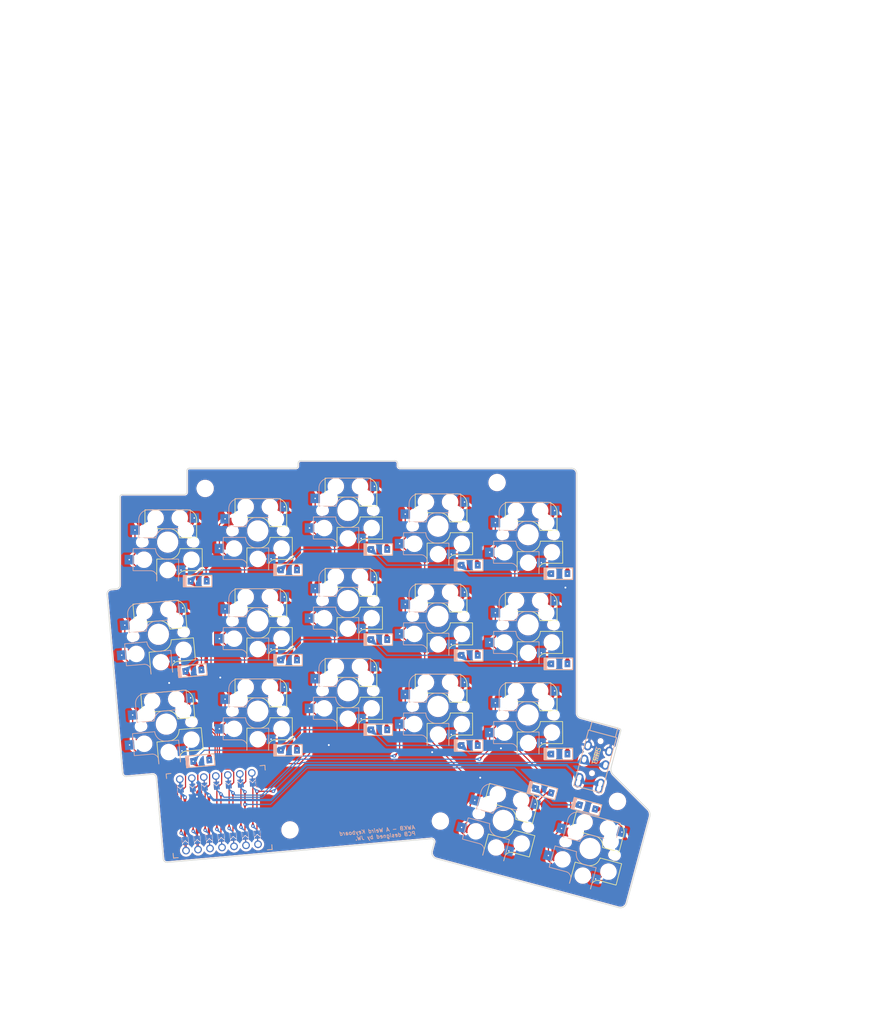
<source format=kicad_pcb>
(kicad_pcb (version 20221018) (generator pcbnew)
  (layers (0 "F.Cu" signal) (31 "B.Cu" signal) (34 "B.Paste" user) (35 "F.Paste" user) (36 "B.SilkS" user "B.Silkscreen") (37 "F.SilkS" user "F.Silkscreen") (38 "B.Mask" user) (39 "F.Mask" user) (44 "Edge.Cuts" user))
  (net 0 "")
  (net 1 "row0")
  (net 2 "row1")
  (net 3 "row2")
  (net 4 "row3")
  (net 5 "Net-(D1-A)")
  (net 6 "Net-(D2-A)")
  (net 7 "Net-(D3-A)")
  (net 8 "Net-(D4-A)")
  (net 9 "Net-(D5-A)")
  (net 10 "Net-(D6-A)")
  (net 11 "GND")
  (net 12 "col0")
  (net 13 "col1")
  (net 14 "col2")
  (net 15 "col3")
  (net 16 "Net-(D7-A)")
  (net 17 "Net-(D8-A)")
  (net 18 "Net-(D9-A)")
  (net 19 "DATA")
  (net 20 "Net-(D10-A)")
  (net 21 "Net-(D11-A)")
  (net 22 "Net-(D12-A)")
  (net 23 "Net-(D13-A)")
  (net 24 "Net-(D14-A)")
  (net 25 "Net-(D15-A)")
  (net 26 "Net-(D16-A)")
  (net 27 "Net-(D17-A)")
  (net 28 "LED")
  (net 29 "RAW")
  (net 30 "col4")
  (net 31 "VCC")
  (footprint "jw_custom_footprint:CherryMX_Choc_Hotswap_w_keycap_frames" (layer "F.Cu") (at 127.113328 109.786994)
    (fp_text reference "SW12" hide)
    (fp_text value "SW12" hide)
  )
  (footprint "jw_custom_footprint:Diode_SOD123_wo_THT" (layer "F.Cu") (at 171.782 117.007)
    (fp_text reference "D14")
    (fp_text value "D")
  )
  (footprint "jw_custom_footprint:CherryMX_Choc_Hotswap_w_keycap_frames" (layer "F.Cu") (at 127.113328 90.787394)
    (fp_text reference "SW7" hide)
    (fp_text value "SW7" hide)
  )
  (footprint "MountingHole:MountingHole_3.2mm_M3" (layer "F.Cu") (at 177.5714 61.595)
    (fp_text reference "TH1" hide)
    (fp_text value "HOLE")
  )
  (footprint "jw_custom_footprint:Diode_SOD123_wo_THT" (layer "F.Cu") (at 171.782 98.0066)
    (fp_text reference "D9")
    (fp_text value "D")
  )
  (footprint "jw_custom_footprint:CherryMX_Choc_Hotswap_w_keycap_frames" (layer "F.Cu") (at 178.875538 132.811238 -15)
    (fp_text reference "SW16" hide)
    (fp_text value "SW16" hide)
  )
  (footprint "jw_custom_footprint:CherryMX_Choc_Hotswap_w_keycap_frames" (layer "F.Cu") (at 108.113128 74.149994)
    (fp_text reference "SW1" hide)
    (fp_text value "SW1" hide)
  )
  (footprint "jw_custom_footprint:CherryMX_Choc_Hotswap_w_keycap_frames" (layer "F.Cu") (at 106.163412 93.585141 5)
    (fp_text reference "SW6" hide)
    (fp_text value "SW6" hide)
  )
  (footprint "jw_custom_footprint:Diode_SOD123_wo_THT" (layer "F.Cu") (at 133.682 118.0064)
    (fp_text reference "D12")
    (fp_text value "D")
  )
  (footprint "jw_custom_footprint:Diode_SOD123_wo_THT" (layer "F.Cu") (at 171.782 79.00664)
    (fp_text reference "D4")
    (fp_text value "D")
  )
  (footprint "MountingHole:MountingHole_3.2mm_M3" (layer "F.Cu") (at 165.6202 132.9436)
    (fp_text reference "TH4" hide)
    (fp_text value "HOLE")
  )
  (footprint "jw_custom_footprint:Diode_SOD123_wo_THT" (layer "F.Cu") (at 190.705 99.806)
    (fp_text reference "D10")
    (fp_text value "D")
  )
  (footprint "jw_custom_footprint:Diode_SOD123_wo_THT" (layer "F.Cu") (at 152.705102 75.69644)
    (fp_text reference "D3")
    (fp_text value "D")
  )
  (footprint "jw_custom_footprint:Diode_SOD123_wo_THT" (layer "F.Cu") (at 190.705 118.806)
    (fp_text reference "D15")
    (fp_text value "D")
  )
  (footprint "MountingHole:MountingHole_3.2mm_M3" (layer "F.Cu") (at 133.8956 134.799386)
    (fp_text reference "TH3" hide)
    (fp_text value "HOLE")
  )
  (footprint "jw_custom_footprint:CherryMX_Choc_Hotswap_w_keycap_frames" (layer "F.Cu") (at 197.174689 138.728801 -15)
    (fp_text reference "SW17" hide)
    (fp_text value "SW17" hide)
  )
  (footprint "jw_custom_footprint:Xiao THT jumper pad_flipped" (layer "F.Cu") (at 118.754802 130.979784 95)
    (fp_text reference "U1" hide)
    (fp_text value "SeeeduinoXIAO")
  )
  (footprint "jw_custom_footprint:Diode_SOD123_wo_THT" (layer "F.Cu") (at 190.705 80.8062)
    (fp_text reference "D5")
    (fp_text value "D")
  )
  (footprint "jw_custom_footprint:CherryMX_Choc_Hotswap_w_keycap_frames" (layer "F.Cu") (at 146.112728 105.477194)
    (fp_text reference "SW13" hide)
    (fp_text value "SW13" hide)
  )
  (footprint "MountingHole:MountingHole_3.2mm_M3" (layer "F.Cu") (at 202.958206 128.782383)
    (fp_text reference "TH5" hide)
    (fp_text value "HOLE")
  )
  (footprint "jw_custom_footprint:Diode_SOD123_wo_THT" (layer "F.Cu") (at 196.6214 129.9718 -15)
    (fp_text reference "D17")
    (fp_text value "D")
  )
  (footprint "jw_custom_footprint:CherryMX_Choc_Hotswap_w_keycap_frames" (layer "F.Cu") (at 165.112928 70.787234)
    (fp_text reference "SW4" hide)
    (fp_text value "SW4" hide)
  )
  (footprint "jw_custom_footprint:CherryMX_Choc_Hotswap_w_keycap_frames" (layer "F.Cu") (at 127.113328 71.787794)
    (fp_text reference "SW2" hide)
    (fp_text value "SW2" hide)
  )
  (footprint "jw_custom_footprint:CherryMX_Choc_Hotswap_w_keycap_frames" (layer "F.Cu") (at 184.112626 72.586794)
    (fp_text reference "SW5" hide)
    (fp_text value "SW5" hide)
  )
  (footprint "jw_custom_footprint:Diode_SOD123_wo_THT" (layer "F.Cu") (at 187.333926 126.560008 -15)
    (fp_text reference "D16")
    (fp_text value "D")
  )
  (footprint "jw_custom_footprint:Diode_SOD123_wo_THT" (layer "F.Cu") (at 115.192931 120.198435 5)
    (fp_text reference "D11")
    (fp_text value "D" hide)
  )
  (footprint "jw_custom_footprint:Diode_SOD123_wo_THT" (layer "F.Cu") (at 133.682 99.0068)
    (fp_text reference "D7")
    (fp_text value "D")
  )
  (footprint "jw_custom_footprint:Diode_SOD123_wo_THT" (layer "F.Cu") (at 113.532614 101.220926 5)
    (fp_text reference "D6")
    (fp_text value "D")
  )
  (footprint "jw_custom_footprint:Diode_SOD123_wo_THT" (layer "F.Cu") (at 133.682 80.0072)
    (fp_text reference "D2")
    (fp_text value "D")
  )
  (footprint "jw_custom_footprint:CherryMX_Choc_Hotswap_w_keycap_frames" (layer "F.Cu") (at 165.112928 108.787594)
    (fp_text reference "SW14" hide)
    (fp_text value "SW14" hide)
  )
  (footprint "jw_custom_footprint:Diode_SOD123_wo_THT" (layer "F.Cu") (at 152.705102 113.6966)
    (fp_text reference "D13")
    (fp_text value "D")
  )
  (footprint "jw_custom_footprint:Diode_SOD123_wo_THT" (layer "F.Cu") (at 114.632 82.3694)
    (fp_text reference "D1")
    (fp_text value "D" hide)
  )
  (footprint "jw_custom_footprint:TRRS-PJ-DPB2_mod" (layer "F.Cu") (at 199.807005 114.546069 -15)
    (fp_text reference "J1")
    (fp_text value "4PIN" hide)
  )
  (footprint "jw_custom_footprint:CherryMX_Choc_Hotswap_w_keycap_frames" (layer "F.Cu") (at 184.112626 110.586594)
    (fp_text reference "SW15" hide)
    (fp_text value "SW15" hide)
  )
  (footprint "jw_custom_footprint:CherryMX_Choc_Hotswap_w_keycap_frames" (layer "F.Cu") (at 165.112928 89.787194)
    (fp_text reference "SW9" hide)
    (fp_text value "SW9" hide)
  )
  (footprint "jw_custom_footprint:Diode_SOD123_wo_THT" (layer "F.Cu") (at 152.705102 94.6964)
    (fp_text reference "D8")
    (fp_text value "D")
  )
  (footprint "jw_custom_footprint:CherryMX_Choc_Hotswap_w_keycap_frames" (layer "F.Cu") (at 184.112626 91.586594)
    (fp_text reference "SW10" hide)
    (fp_text value "SW10" hide)
  )
  (footprint "jw_custom_image:square_1" (layer "F.Cu") (at 141.699273 132.035839 40)
    (fp_text reference "G***" hide)
    (fp_text value "LOGO" hide)
  )
  (footprint "jw_custom_footprint:CherryMX_Choc_Hotswap_w_keycap_frames" (layer "F.Cu") (at 146.112728 67.477034)
    (fp_text reference "SW3" hide)
    (fp_text value "SW3" hide)
  )
  (footprint "MountingHole:MountingHole_3.2mm_M3" (layer "F.Cu") (at 116.014 62.8396)
    (fp_text reference "TH2" hide)
    (fp_text value "HOLE")
  )
  (footprint "jw_custom_footprint:CherryMX_Choc_Hotswap_w_keycap_frames" (layer "F.Cu") (at 146.112728 86.476994)
    (fp_text reference "SW8" hide)
    (fp_text value "SW8" hide)
  )
  (footprint "jw_custom_footprint:CherryMX_Choc_Hotswap_w_keycap_frames" (layer "F.Cu") (at 107.819371 112.51284 5)
    (fp_text reference "SW11" hide)
    (fp_text value "SW11" hide)
  )
  (gr_line (start 112.170181 59.1138) (end 112.170181 63.5762) (stroke (width 0.15)) (layer "Edge.Cuts"))
  (gr_line (start 164.327792 137.434337) (end 163.834252 139.269786) (stroke (width 0.15)) (layer "Edge.Cuts"))
  (gr_line (start 156.612936 57.535634) (end 156.612936 58.124786) (stroke (width 0.15)) (layer "Edge.Cuts"))
  (gr_line (start 201.645734 121.533166) (end 203.657189 113.948786) (stroke (width 0.15)) (layer "Edge.Cuts"))
  (gr_arc (start 112.170181 63.5762) (mid 112.0516 63.937202) (end 111.712981 64.1096) (stroke (width 0.15)) (layer "Edge.Cuts"))
  (gr_arc (start 112.170181 59.1138) (mid 112.305896 58.734447) (end 112.678181 58.5804) (stroke (width 0.15)) (layer "Edge.Cuts"))
  (gr_arc (start 163.641992 136.646937) (mid 164.1978 136.8552) (end 164.327792 137.434337) (stroke (width 0.15)) (layer "Edge.Cuts"))
  (gr_line (start 95.328316 85.156707) (end 98.578325 122.794187) (stroke (width 0.15)) (layer "Edge.Cuts"))
  (gr_line (start 203.265986 151.1808) (end 164.8836 140.895386) (stroke (width 0.15)) (layer "Edge.Cuts"))
  (gr_line (start 156.020528 56.976834) (end 136.2047 56.976834) (stroke (width 0.15)) (layer "Edge.Cuts"))
  (gr_line (start 202.102934 123.209566) (end 209.311186 130.4036) (stroke (width 0.15)) (layer "Edge.Cuts"))
  (gr_arc (start 95.328316 85.156707) (mid 95.516193 84.480371) (end 96.115716 84.115307) (stroke (width 0.15)) (layer "Edge.Cuts"))
  (gr_arc (start 202.102934 123.209566) (mid 201.650589 122.432386) (end 201.645734 121.533166) (stroke (width 0.15)) (layer "Edge.Cuts"))
  (gr_line (start 97.409 83.9724) (end 96.115716 84.115307) (stroke (width 0.15)) (layer "Edge.Cuts"))
  (gr_line (start 105.693368 123.803511) (end 107.18328 140.903294) (stroke (width 0.15)) (layer "Edge.Cuts"))
  (gr_arc (start 99.448512 123.533961) (mid 98.849492 123.356899) (end 98.578325 122.794187) (stroke (width 0.15)) (layer "Edge.Cuts"))
  (gr_line (start 112.678181 58.5804) (end 135.143228 58.5776) (stroke (width 0.15)) (layer "Edge.Cuts"))
  (gr_arc (start 104.823181 123.063738) (mid 105.4222 123.2408) (end 105.693368 123.803511) (stroke (width 0.15)) (layer "Edge.Cuts"))
  (gr_arc (start 157.082 58.5776) (mid 156.756579 58.445324) (end 156.612936 58.124786) (stroke (width 0.15)) (layer "Edge.Cuts"))
  (gr_arc (start 203.377789 113.440786) (mid 203.630657 113.632543) (end 203.657189 113.948786) (stroke (width 0.15)) (layer "Edge.Cuts"))
  (gr_line (start 99.448512 123.533961) (end 104.823181 123.063738) (stroke (width 0.15)) (layer "Edge.Cuts"))
  (gr_line (start 204.891586 150.241) (end 209.768386 132.0546) (stroke (width 0.15)) (layer "Edge.Cuts"))
  (gr_line (start 135.612292 58.124786) (end 135.612292 57.535634) (stroke (width 0.15)) (layer "Edge.Cuts"))
  (gr_line (start 157.082 58.5776) (end 193.266273 58.5776) (stroke (width 0.15)) (layer "Edge.Cuts"))
  (gr_arc (start 164.8836 140.895386) (mid 164.012395 140.306277) (end 163.834252 139.269786) (stroke (width 0.15)) (layer "Edge.Cuts"))
  (gr_line (start 203.377789 113.440786) (end 195.203869 111.205422) (stroke (width 0.15)) (layer "Edge.Cuts"))
  (gr_arc (start 156.020528 56.976834) (mid 156.433878 57.132019) (end 156.612936 57.535634) (stroke (width 0.15)) (layer "Edge.Cuts"))
  (gr_arc (start 204.891586 150.241) (mid 204.265648 151.034121) (end 203.265986 151.1808) (stroke (width 0.15)) (layer "Edge.Cuts"))
  (gr_arc (start 108.023581 141.645682) (mid 107.445963 141.452724) (end 107.18328 140.903294) (stroke (width 0.15)) (layer "Edge.Cuts"))
  (gr_arc (start 98.034333 64.643) (mid 98.185312 64.2631) (end 98.5642 64.1096) (stroke (width 0.15)) (layer "Edge.Cuts"))
  (gr_arc (start 193.266273 58.5776) (mid 194.0682 58.886786) (end 194.39354 59.682296) (stroke (width 0.15)) (layer "Edge.Cuts"))
  (gr_arc (start 195.203869 111.205422) (mid 194.607445 110.799755) (end 194.3862 110.113222) (stroke (width 0.15)) (layer "Edge.Cuts"))
  (gr_line (start 98.034333 64.643) (end 98.034333 83.1596) (stroke (width 0.15)) (layer "Edge.Cuts"))
  (gr_arc (start 209.311186 130.4036) (mid 209.767967 131.16591) (end 209.768386 132.0546) (stroke (width 0.15)) (layer "Edge.Cuts"))
  (gr_arc (start 98.034333 83.1596) (mid 97.869217 83.679519) (end 97.409 83.9724) (stroke (width 0.15)) (layer "Edge.Cuts"))
  (gr_line (start 108.023581 141.645682) (end 163.641992 136.646937) (stroke (width 0.15)) (layer "Edge.Cuts"))
  (gr_arc (start 135.612292 57.535634) (mid 135.791299 57.131975) (end 136.2047 56.976834) (stroke (width 0.15)) (layer "Edge.Cuts"))
  (gr_arc (start 135.612292 58.124786) (mid 135.468605 58.445287) (end 135.143228 58.5776) (stroke (width 0.15)) (layer "Edge.Cuts"))
  (gr_line (start 194.3862 110.113222) (end 194.39354 59.682296) (stroke (width 0.15)) (layer "Edge.Cuts"))
  (gr_line (start 111.712981 64.1096) (end 98.5642 64.1096) (stroke (width 0.15)) (layer "Edge.Cuts"))
  (gr_text "AWKB - A Weird Keyboard\nPCB designed by JW." (at 160.4386 134.874 5) (layer "B.SilkS") (effects (font (size 0.8 0.8) (thickness 0.15) italic) (justify left mirror)))
  (segment (start 117.2514 86.6888) (end 117.2514 113.199204) (width 0.25) (layer "F.Cu") (net 1))
  (segment (start 118.563328 114.511132) (end 118.563328 121.776928) (width 0.25) (layer "F.Cu") (net 1))
  (segment (start 118.484725 134.663875) (end 118.484725 126.05699) (width 0.25) (layer "F.Cu") (net 1))
  (segment (start 112.932 82.3694) (end 117.2514 86.6888) (width 0.25) (layer "F.Cu") (net 1))
  (segment (start 119.4938 122.7074) (end 119.4938 125.047915) (width 0.25) (layer "F.Cu") (net 1))
  (segment (start 118.4778 134.6708) (end 118.484725 134.663875) (width 0.25) (layer "F.Cu") (net 1))
  (segment (start 118.563328 121.776928) (end 119.4938 122.7074) (width 0.25) (layer "F.Cu") (net 1))
  (segment (start 119.4938 125.047915) (end 118.484725 126.05699) (width 0.25) (layer "F.Cu") (net 1))
  (segment (start 117.2514 113.199204) (end 118.563328 114.511132) (width 0.25) (layer "F.Cu") (net 1))
  (via (at 131.982 80.0072) (size 0.7) (drill 0.3) (layers "F.Cu" "B.Cu") (net 1))
  (via (at 118.4778 134.6708) (size 0.7) (drill 0.3) (layers "F.Cu" "B.Cu") (net 1))
  (via (at 112.932 82.3694) (size 0.7) (drill 0.3) (layers "F.Cu" "B.Cu") (net 1))
  (via (at 151.005102 75.69644) (size 0.7) (drill 0.3) (layers "F.Cu" "B.Cu") (net 1))
  (via (at 170.082 79.00664) (size 0.7) (drill 0.3) (layers "F.Cu" "B.Cu") (net 1))
  (via (at 189.005 80.8062) (size 0.7) (drill 0.3) (layers "F.Cu" "B.Cu") (net 1))
  (segment (start 154.315302 79.00664) (end 170.082 79.00664) (width 0.25) (layer "B.Cu") (net 1))
  (segment (start 119.343662 135.536662) (end 119.343662 135.874688) (width 0.25) (layer "B.Cu") (net 1))
  (segment (start 131.982 80.0072) (end 136.29276 75.69644) (width 0.25) (layer "B.Cu") (net 1))
  (segment (start 112.932 82.3694) (end 115.2942 80.0072) (width 0.25) (layer "B.Cu") (net 1))
  (segment (start 136.29276 75.69644) (end 151.005102 75.69644) (width 0.25) (layer "B.Cu") (net 1))
  (segment (start 118.4778 134.6708) (end 119.343662 135.536662) (width 0.25) (layer "B.Cu") (net 1))
  (segment (start 170.082 79.00664) (end 171.88156 80.8062) (width 0.25) (layer "B.Cu") (net 1))
  (segment (start 151.005102 75.69644) (end 154.315302 79.00664) (width 0.25) (layer "B.Cu") (net 1))
  (segment (start 171.88156 80.8062) (end 189.005 80.8062) (width 0.25) (layer "B.Cu") (net 1))
  (segment (start 115.2942 80.0072) (end 131.982 80.0072) (width 0.25) (layer "B.Cu") (net 1))
  (segment (start 111.839083 101.369091) (end 116.8014 106.331408) (width 0.25) (layer "F.Cu") (net 2))
  (segment (start 116.9538 122.5296) (end 116.9538 125.278956) (width 0.25) (layer "F.Cu") (net 2))
  (segment (start 116.8014 113.3856) (end 118.113328 114.697528) (width 0.25) (layer "F.Cu") (net 2))
  (segment (start 116.013827 126.337803) (end 115.95439 126.278366) (width 0.25) (layer "F.Cu") (net 2))
  (segment (start 118.113328 121.370072) (end 116.9538 122.5296) (width 0.25) (layer "F.Cu") (net 2))
  (segment (start 116.9538 125.278956) (end 115.95439 126.278366) (width 0.25) (layer "F.Cu") (net 2))
  (segment (start 116.013827 134.874) (end 116.013827 126.337803) (width 0.25) (layer "F.Cu") (net 2))
  (segment (start 116.8014 106.331408) (end 116.8014 113.3856) (width 0.25) (layer "F.Cu") (net 2))
  (segment (start 118.113328 114.697528) (end 118.113328 121.370072) (width 0.25) (layer "F.Cu") (net 2))
  (via (at 111.839083 101.369091) (size 0.7) (drill 0.3) (layers "F.Cu" "B.Cu") (net 2))
  (via (at 151.005102 94.6964) (size 0.7) (drill 0.3) (layers "F.Cu" "B.Cu") (net 2))
  (via (at 131.982 99.0068) (size 0.7) (drill 0.3) (layers "F.Cu" "B.Cu") (net 2))
  (via (at 170.082 98.0066) (size 0.7) (drill 0.3) (layers "F.Cu" "B.Cu") (net 2))
  (via (at 116.013827 134.874) (size 0.7) (drill 0.3) (layers "F.Cu" "B.Cu") (net 2))
  (via (at 189.005 99.806) (size 0.7) (drill 0.3) (layers "F.Cu" "B.Cu") (net 2))
  (segment (start 170.082 98.0066) (end 171.8814 99.806) (width 0.25) (layer "B.Cu") (net 2))
  (segment (start 136.2924 94.6964) (end 151.005102 94.6964) (width 0.25) (layer "B.Cu") (net 2))
  (segment (start 131.982 99.0068) (end 114.201374 99.0068) (width 0.25) (layer "B.Cu") (net 2))
  (segment (start 114.201374 99.0068) (end 111.839083 101.369091) (width 0.25) (layer "B.Cu") (net 2))
  (segment (start 116.013827 134.874) (end 116.813327 135.6735) (width 0.25) (layer "B.Cu") (net 2))
  (segment (start 131.982 99.0068) (end 136.2924 94.6964) (width 0.25) (layer "B.Cu") (net 2))
  (segment (start 154.315302 98.0066) (end 170.082 98.0066) (width 0.25) (layer "B.Cu") (net 2))
  (segment (start 151.005102 94.6964) (end 154.315302 98.0066) (width 0.25) (layer "B.Cu") (net 2))
  (segment (start 116.813327 135.6735) (end 116.813327 136.096064) (width 0.25) (layer "B.Cu") (net 2))
  (segment (start 171.8814 99.806) (end 189.005 99.806) (width 0.25) (layer "B.Cu") (net 2))
  (segment (start 114.4646 121.3118) (end 114.4646 125.459196) (width 0.25) (layer "F.Cu") (net 3))
  (segment (start 113.4994 120.3466) (end 114.4646 121.3118) (width 0.25) (layer "F.Cu") (net 3))
  (segment (start 113.483493 126.559179) (end 113.424055 126.499741) (width 0.25) (layer "F.Cu") (net 3))
  (segment (start 114.4646 125.459196) (end 113.424055 126.499741) (width 0.25) (layer "F.Cu") (net 3))
  (segment (start 113.483493 135.0772) (end 113.483493 126.559179) (width 0.25) (layer "F.Cu") (net 3))
  (via (at 113.4994 120.3466) (size 0.7) (drill 0.3) (layers "F.Cu" "B.Cu") (net 3))
  (via (at 131.982 118.0064) (size 0.7) (drill 0.3) (layers "F.Cu" "B.Cu") (net 3))
  (via (at 151.005102 113.6966) (size 0.7) (drill 0.3) (layers "F.Cu" "B.Cu") (net 3))
  (via (at 189.005 118.806) (size 0.7) (drill 0.3) (layers "F.Cu" "B.Cu") (net 3))
  (via (at 113.483493 135.0772) (size 0.7) (drill 0.3) (layers "F.Cu" "B.Cu") (net 3))
  (via (at 170.082 117.007) (size 0.7) (drill 0.3) (layers "F.Cu" "B.Cu") (net 3))
  (segment (start 136.2918 113.6966) (end 151.005102 113.6966) (width 0.25) (layer "B.Cu") (net 3))
  (segment (start 114.282993 135.8767) (end 114.282993 136.317439) (width 0.25) (layer "B.Cu") (net 3))
  (segment (start 115.8396 118.0064) (end 113.4994 120.3466) (width 0.25) (layer "B.Cu") (net 3))
  (segment (start 151.005102 113.6966) (end 154.315502 117.007) (width 0.25) (layer "B.Cu") (net 3))
  (segment (start 170.082 117.007) (end 171.881 118.806) (width 0.25) (layer "B.Cu") (net 3))
  (segment (start 131.982 118.0064) (end 136.2918 113.6966) (width 0.25) (layer "B.Cu") (net 3))
  (segment (start 154.315502 117.007) (end 170.082 117.007) (width 0.25) (layer "B.Cu") (net 3))
  (segment (start 113.483493 135.0772) (end 114.282993 135.8767) (width 0.25) (layer "B.Cu") (net 3))
  (segment (start 171.881 118.806) (end 189.005 118.806) (width 0.25) (layer "B.Cu") (net 3))
  (segment (start 131.982 118.0064) (end 115.8396 118.0064) (width 0.25) (layer "B.Cu") (net 3))
  (segment (start 124.404331 129.4384) (end 124.404331 135.431937) (width 0.25) (layer "F.Cu") (net 4))
  (segment (start 124.404331 126.7968) (end 124.404331 129.4384) (width 0.25) (layer "F.Cu") (net 4))
  (via (at 185.691852 126.120016) (size 0.7) (drill 0.3) (layers "F.Cu" "B.Cu") (net 4))
  (via (at 194.979326 129.531808) (size 0.7) (drill 0.3) (layers "F.Cu" "B.Cu") (net 4))
  (via (at 124.404331 126.7968) (size 0.7) (drill 0.3) (layers "F.Cu" "B.Cu") (net 4))
  (via (at 124.404331 129.4384) (size 0.7) (drill 0.3) (layers "F.Cu" "B.Cu") (net 4))
  (segment (start 123.545394 125.937863) (end 123.545394 125.614239) (width 0.25) (layer "B.Cu") (net 4))
  (segment (start 181.299736 121.7279) (end 137.511875 121.7279) (width 0.25) (layer "B.Cu") (net 4))
  (segment (start 137.511875 121.7279) (end 129.801375 129.4384) (width 0.25) (layer "B.Cu") (net 4))
  (segment (start 129.801375 129.4384) (end 124.404331 129.4384) (width 0.25) (layer "B.Cu") (net 4))
  (segment (start 124.404331 126.7968) (end 123.545394 125.937863) (width 0.25) (layer "B.Cu") (net 4))
  (segment (start 189.103644 129.531808) (end 194.979326 129.531808) (width 0.25) (layer "B.Cu") (net 4))
  (segment (start 189.103644 129.531808) (end 185.691852 126.120016) (width 0.25) (layer "B.Cu") (net 4))
  (segment (start 185.691852 126.120016) (end 181.299736 121.7279) (width 0.25) (layer "B.Cu") (net 4))
  (segment (start 116.213128 77.849994) (end 116.213128 82.250528) (width 0.25) (layer "F.Cu") (net 5))
  (segment (start 115.013128 70.369994) (end 113.713128 69.069994) (width 0.25) (layer "F.Cu") (net 5))
  (segment (start 115.013128 71.609994) (end 115.013128 70.369994) (width 0.25) (layer "F.Cu") (net 5))
  (segment (start 116.213128 82.250528) (end 116.332 82.3694) (width 0.25) (layer "F.Cu") (net 5))
  (segment (start 115.013128 76.649994) (end 116.213128 77.849994) (width 0.25) (layer "F.Cu") (net 5))
  (segment (start 115.013128 71.609994) (end 115.013128 76.649994) (width 0.25) (layer "F.Cu") (net 5))
  (segment (start 114.013128 80.049994) (end 110.913128 80.049994) (width 0.25) (layer "F.Cu") (net 5))
  (segment (start 116.213128 77.849994) (end 114.013128 80.049994) (width 0.25) (layer "F.Cu") (net 5))
  (via (at 113.713128 69.069994) (size 0.7) (drill 0.3) (layers "F.Cu" "B.Cu") (net 5))
  (via (at 116.332 82.3694) (size 0.7) (drill 0.3) (layers "F.Cu" "B.Cu") (net 5))
  (via (at 110.913128 80.049994) (size 0.7) (drill 0.3) (layers "F.Cu" "B.Cu") (net 5))
  (segment (start 133.013328 77.687794) (end 129.913328 77.687794) (width 0.25) (layer "F.Cu") (net 6))
  (segment (start 135.213328 79.838528) (end 135.382 80.0072) (width 0.25) (layer "F.Cu") (net 6))
  (segment (start 134.013328 68.007794) (end 132.713328 66.707794) (width 0.25) (layer "F.Cu") (net 6))
  (segment (start 134.013328 74.287794) (end 135.213328 75.487794) (width 0.25) (layer "F.Cu") (net 6))
  (segment (start 134.013328 69.247794) (end 134.013328 68.007794) (width 0.25) (layer "F.Cu") (net 6))
  (segment (start 135.213328 75.487794) (end 133.013328 77.687794) (width 0.25) (layer "F.Cu") (net 6))
  (segment (start 134.013328 69.247794) (end 134.013328 74.287794) (width 0.25) (layer "F.Cu") (net 6))
  (segment (start 135.213328 75.487794) (end 135.213328 79.838528) (width 0.25) (layer "F.Cu") (net 6))
  (via (at 132.713328 66.707794) (size 0.7) (drill 0.3) (layers "F.Cu" "B.Cu") (net 6))
  (via (at 135.382 80.0072) (size 0.7) (drill 0.3) (layers "F.Cu" "B.Cu") (net 6))
  (via (at 129.913328 77.687794) (size 0.7) (drill 0.3) (layers "F.Cu" "B.Cu") (net 6))
  (segment (start 153.012728 64.937034) (end 153.012728 69.977034) (width 0.25) (layer "F.Cu") (net 7))
  (segment (start 153.012728 64.937034) (end 153.012728 63.697034) (width 0.25) (layer "F.Cu") (net 7))
  (segment (start 153.012728 63.697034) (end 151.712728 62.397034) (width 0.25) (layer "F.Cu") (net 7))
  (segment (start 154.212728 71.177034) (end 152.012728 73.377034) (width 0.25) (layer "F.Cu") (net 7))
  (segment (start 154.212728 75.504066) (end 154.405102 75.69644) (width 0.25) (layer "F.Cu") (net 7))
  (segment (start 154.212728 71.177034) (end 154.212728 75.504066) (width 0.25) (layer "F.Cu") (net 7))
  (segment (start 153.012728 69.977034) (end 154.212728 71.177034) (width 0.25) (layer "F.Cu") (net 7))
  (segment (start 152.012728 73.377034) (end 148.912728 73.377034) (width 0.25) (layer "F.Cu") (net 7))
  (via (at 148.912728 73.377034) (size 0.7) (drill 0.3) (layers "F.Cu" "B.Cu") (net 7))
  (via (at 151.712728 62.397034) (size 0.7) (drill 0.3) (layers "F.Cu" "B.Cu") (net 7))
  (via (at 154.405102 75.69644) (size 0.7) (drill 0.3) (layers "F.Cu" "B.Cu") (net 7))
  (segment (start 172.012928 68.247234) (end 172.012928 67.007234) (width 0.25) (layer "F.Cu") (net 8))
  (segment (start 173.212928 74.487234) (end 173.212928 78.737568) (width 0.25) (layer "F.Cu") (net 8))
  (segment (start 172.012928 68.247234) (end 172.012928 73.287234) (width 0.25) (layer "F.Cu") (net 8))
  (segment (start 172.012928 67.007234) (end 170.712928 65.707234) (width 0.25) (layer "F.Cu") (net 8))
  (segment (start 172.012928 73.287234) (end 173.212928 74.487234) (width 0.25) (layer "F.Cu") (net 8))
  (segment (start 173.212928 78.737568) (end 173.482 79.00664) (width 0.25) (layer "F.Cu") (net 8))
  (segment (start 173.212928 74.487234) (end 171.012928 76.687234) (width 0.25) (layer "F.Cu") (net 8))
  (segment (start 171.012928 76.687234) (end 167.912928 76.687234) (width 0.25) (layer "F.Cu") (net 8))
  (via (at 167.912928 76.687234) (size 0.7) (drill 0.3) (layers "F.Cu" "B.Cu") (net 8))
  (via (at 173.482 79.00664) (size 0.7) (drill 0.3) (layers "F.Cu" "B.Cu") (net 8))
  (via (at 170.712928 65.707234) (size 0.7) (drill 0.3) (layers "F.Cu" "B.Cu") (net 8))
  (segment (start 191.012626 70.046794) (end 191.012626 75.086794) (width 0.25) (layer "F.Cu") (net 9))
  (segment (start 192.405 76.479168) (end 192.212626 76.286794) (width 0.25) (layer "F.Cu") (net 9))
  (segment (start 191.012626 68.806794) (end 189.712626 67.506794) (width 0.25) (layer "F.Cu") (net 9))
  (segment (start 192.212626 80.613826) (end 192.405 80.8062) (width 0.25) (layer "F.Cu") (net 9))
  (segment (start 190.012626 78.486794) (end 186.912626 78.486794) (width 0.25) (layer "F.Cu") (net 9))
  (segment (start 191.012626 75.086794) (end 192.212626 76.286794) (width 0.25) (layer "F.Cu") (net 9))
  (segment (start 192.212626 76.286794) (end 190.012626 78.486794) (width 0.25) (layer "F.Cu") (net 9))
  (segment (start 192.405 80.8062) (end 192.405 76.479168) (width 0.25) (layer "F.Cu") (net 9))
  (segment (start 191.012626 70.046794) (end 191.012626 68.806794) (width 0.25) (layer "F.Cu") (net 9))
  (via (at 186.912626 78.486794) (size 0.7) (drill 0.3) (layers "F.Cu" "B.Cu") (net 9))
  (via (at 189.712626 67.506794) (size 0.7) (drill 0.3) (layers "F.Cu" "B.Cu") (net 9))
  (via (at 192.405 80.8062) (size 0.7) (drill 0.3) (layers "F.Cu" "B.Cu") (net 9))
  (segment (start 112.81578 90.453432) (end 114.555065 92.192717) (width 0.25) (layer "F.Cu") (net 10))
  (segment (start 112.81578 90.453432) (end 112.81578 89.552829) (width 0.25) (layer "F.Cu") (net 10))
  (segment (start 114.555065 96.5651) (end 115.226145 97.23618) (width 0.25) (layer "F.Cu") (net 10))
  (segment (start 112.81578 89.552829) (end 111.299351 88.0364) (width 0.25) (layer "F.Cu") (net 10))
  (segment (start 114.555065 96.5651) (end 111.901511 99.218654) (width 0.25) (layer "F.Cu") (net 10))
  (segment (start 114.555065 92.192717) (end 114.555065 96.5651) (width 0.25) (layer "F.Cu") (net 10))
  (segment (start 111.901511 99.218654) (end 109.466976 99.218654) (width 0.25) (layer "F.Cu") (net 10))
  (segment (start 115.226145 97.23618) (end 115.226145 101.072761) (width 0.25) (layer "F.Cu") (net 10))
  (via (at 111.299351 88.0364) (size 0.7) (drill 0.3) (layers "F.Cu" "B.Cu") (net 10))
  (via (at 115.226145 101.072761) (size 0.7) (drill 0.3) (layers "F.Cu" "B.Cu") (net 10))
  (via (at 109.466976 99.218654) (size 0.7) (drill 0.3) (layers "F.Cu" "B.Cu") (net 10))
  (segment (start 114.282993 127.791207) (end 114.282993 136.317439) (width 0.5) (layer "F.Cu") (net 11))
  (via (at 108.4194 103.8352) (size 0.8) (drill 0.4) (layers "F.Cu" "B.Cu") (net 11))
  (via (at 119.2022 102.6922) (size 0.8) (drill 0.4) (layers "F.Cu" "B.Cu") (net 11))
  (via (at 163.8808 118.4148) (size 0.8) (drill 0.4) (layers "F.Cu" "B.Cu") (net 11))
  (via (at 142.0876 116.9162) (size 0.8) (drill 0.4) (layers "F.Cu" "B.Cu") (net 11))
  (via (at 191.985406 83.732983) (size 0.8) (drill 0.4) (layers "F.Cu" "B.Cu") (net 11))
  (via (at 174.0154 123.7996) (size 0.8) (drill 0.4) (layers "F.Cu" "B.Cu") (net 11))
  (via (at 114.282993 127.791207) (size 0.8) (drill 0.4) (layers "F.Cu" "B.Cu") (net 11))
  (via (at 178.3842 117.6122) (size 0.8) (drill 0.4) (layers "F.Cu" "B.Cu") (net 11))
  (segment (start 114.282993 127.791207) (end 113.424055 126.932269) (width 0.5) (layer "B.Cu") (net 11))
  (segment (start 113.424055 126.932269) (end 113.424055 126.499741) (width 0.5) (layer "B.Cu") (net 11))
  (segment (start 102.213128 80.049994) (end 105.313128 80.049994) (width 0.25) (layer "F.Cu") (net 12))
  (segment (start 101.79793 107.940243) (end 101.79793 109.510202) (width 0.25) (layer "F.Cu") (net 12))
  (segment (start 110.953158 126.780554) (end 110.893721 126.721117) (width 0.25) (layer "F.Cu") (net 12))
  (segment (start 99.068293 97.325441) (end 98.416711 97.977023) (width 0.25) (layer "F.Cu") (net 12))
  (segment (start 100.07267 116.904722) (end 101.802373 118.634425) (width 0.25) (layer "F.Cu") (net 12))
  (segment (start 101.79793 109.510202) (end 100.724252 110.58388) (width 0.25) (layer "F.Cu") (net 12))
  (segment (start 101.213128 76.649994) (end 100.013128 77.849994) (width 0.25) (layer "F.Cu") (net 12))
  (segment (start 102.513128 69.069994) (end 102.513128 70.309994) (width 0.25) (layer "F.Cu") (net 12))
  (segment (start 100.013128 77.849994) (end 102.213128 80.049994) (width 0.25) (layer "F.Cu") (net 12))
  (segment (start 107.50902 120.5992) (end 109.1306 120.5992) (width 0.25) (layer "F.Cu") (net 12))
  (segment (start 110.953158 135.4836) (end 110.953158 126.780554) (width 0.25) (layer "F.Cu") (net 12))
  (segment (start 100.141971 90.582503) (end 99.068293 91.656181) (width 0.25) (layer "F.Cu") (net 12))
  (segment (start 103.888286 99.706726) (end 103.888286 105.849887) (width 0.25) (layer "F.Cu") (net 12))
  (segment (start 101.802373 118.634425) (end 105.544245 118.634425) (width 0.25) (layer "F.Cu") (net 12))
  (segment (start 100.724252 116.25314) (end 100.07267 116.904722) (width 0.25) (layer "F.Cu") (net 12))
  (segment (start 105.313128 80.049994) (end 105.313128 83.841387) (width 0.25) (layer "F.Cu") (net 12))
  (segment (start 99.068293 91.656181) (end 99.068293 97.325441) (width 0.25) (layer "F.Cu") (net 12))
  (segment (start 100.141971 89.012544) (end 100.141971 90.582503) (width 0.25) (layer "F.Cu") (net 12))
  (segment (start 100.146414 99.706726) (end 103.888286 99.706726) (width 0.25) (layer "F.Cu") (net 12))
  (segment (start 103.888286 105.849887) (end 101.79793 107.940243) (width 0.25) (layer "F.Cu") (net 12))
  (segment (start 111.8738 125.741038) (end 110.893721 126.721117) (width 0.25) (layer "F.Cu") (net 12))
  (segment (start 101.213128 71.609994) (end 101.213128 76.649994) (width 0.25) (layer "F.Cu") (net 12))
  (segment (start 102.513128 70.309994) (end 101.213128 71.609994) (width 0.25) (layer "F.Cu") (net 12))
  (segment (start 100.724252 110.58388) (end 100.724252 116.25314) (width 0.25) (layer "F.Cu") (net 12))
  (segment (start 105.544245 118.634425) (end 107.50902 120.5992) (width 0.25) (layer "F.Cu") (net 12))
  (segment (start 109.1306 120.5992) (end 111.8738 123.3424) (width 0.25) (layer "F.Cu") (net 12))
  (segment (start 111.8738 123.3424) (end 111.8738 125.741038) (width 0.25) (layer "F.Cu") (net 12))
  (segment (start 98.416711 97.977023) (end 100.146414 99.706726) (width 0.25) (layer "F.Cu") (net 12))
  (segment (start 105.313128 83.841387) (end 100.141971 89.012544) (width 0.25) (layer "F.Cu") (net 12))
  (via (at 99.068293 91.656181) (size 0.7) (drill 0.3) (layers "F.Cu" "B.Cu") (net 12))
  (via (at 110.953158 135.4836) (size 0.7) (drill 0.3) (layers "F.Cu" "B.Cu") (net 12))
  (via (at 100.07267 116.904722) (size 0.7) (drill 0.3) (layers "F.Cu" "B.Cu") (net 12))
  (via (at 98.416711 97.977023) (size 0.7) (drill 0.3) (layers "F.Cu" "B.Cu") (net 12))
  (via (at 100.724252 110.58388) (size 0.7) (drill 0.3) (layers "F.Cu" "B.Cu") (net 12))
  (via (at 100.013128 77.849994) (size 0.7) (drill 0.3) (layers "F.Cu" "B.Cu") (net 12))
  (via (at 101.213128 71.609994) (size 0.7) (drill 0.3) (layers "F.Cu" "B.Cu") (net 12))
  (segment (start 110.953158 135.4836) (end 111.752658 136.2831) (width 0.25) (layer "B.Cu") (net 12))
  (segment (start 111.752658 136.2831) (end 111.752658 136.538815) (width 0.25) (layer "B.Cu") (net 12))
  (segment (start 122.0338 122.6312) (end 122.0338 124.816874) (width 0.25) (layer "F.Cu") (net 13))
  (segment (start 121.513328 105.946994) (end 120.213328 107.246994) (width 0.25) (layer "F.Cu") (net 13))
  (segment (start 120.213328 88.247394) (end 120.213328 93.287394) (width 0.25) (layer "F.Cu") (net 13))
  (segment (start 120.486161 68.974961) (end 120.213328 69.247794) (width 0.25) (layer "F.Cu") (net 13))
  (segment (start 121.213328 115.686994) (end 124.313328 115.686994) (width 0.25) (layer "F.Cu") (net 13))
  (segment (start 121.213328 77.687794) (end 119.013328 75.487794) (width 0.25) (layer "F.Cu") (net 13))
  (segment (start 119.4938 121.9708) (end 121.3734 121.9708) (width 0.25) (layer "F.Cu") (net 13))
  (segment (start 121.513328 66.707794) (end 121.513328 67.947794) (width 0.25) (layer "F.Cu") (net 13))
  (segment (start 120.486161 68.974961) (end 119.013328 70.447794) (width 0.25) (layer "F.Cu") (net 13))
  (segment (start 124.313328 77.687794) (end 124.313328 82.907394) (width 0.25) (layer "F.Cu") (net 13))
  (segment (start 124.313328 77.687794) (end 121.213328 77.687794) (width 0.25) (layer "F.Cu") (net 13))
  (segment (start 121.513328 86.947394) (end 120.213328 88.247394) (width 0.25) (layer "F.Cu") (net 13))
  (segment (start 121.513328 85.707394) (end 121.513328 86.947394) (width 0.25) (layer "F.Cu") (net 13))
  (segment (start 124.313328 96.687394) (end 124.313328 101.906994) (width 0.25) (layer "F.Cu") (net 13))
  (segment (start 120.213328 112.286994) (end 119.013328 113.486994) (width 0.25) (layer "F.Cu") (net 13))
  (segment (start 120.213328 93.287394) (end 119.013328 94.487394) (width 0.25) (layer "F.Cu") (net 13))
  (segment (start 119.013328 94.487394) (end 121.213328 96.687394) (width 0.25) (layer "F.Cu") (net 13))
  (segment (start 121.3734 121.9708) (end 122.0338 122.6312) (width 0.25) (layer "F.Cu") (net 13))
  (segment (start 119.013328 121.490328) (end 119.4938 121.9708) (width 0.25) (layer "F.Cu") (net 13))
  (segment (start 119.013328 113.486994) (end 119.013328 121.490328) (width 0.25) (layer "F.Cu") (net 13))
  (segment (start 121.513328 104.706994) (end 121.513328 105.946994) (width 0.25) (layer "F.Cu") (net 13))
  (segment (start 124.313328 101.906994) (end 121.513328 104.706994) (width 0.25) (layer "F.Cu") (net 13))
  (segment (start 121.213328 96.687394) (end 124.313328 96.687394) (width 0.25) (layer "F.Cu") (net 13))
  (segment (start 121.513328 67.947794) (end 120.486161 68.974961) (width 0.25) (layer "F.Cu") (net 13))
  (segment (start 119.013328 70.447794) (end 119.013328 75.487794) (width 0.25) (layer "F.Cu") (net 13))
  (segment (start 119.013328 113.486994) (end 121.213328 115.686994) (width 0.25) (layer "F.Cu") (net 13))
  (segment (start 121.0686 125.889156) (end 121.015059 125.835615) (width 0.25) (layer "F.Cu") (net 13))
  (segment (start 122.0338 124.816874) (end 121.015059 125.835615) (width 0.25) (layer "F.Cu") (net 13))
  (segment (start 124.313328 82.907394) (end 121.513328 85.707394) (width 0.25) (layer "F.Cu") (net 13))
  (segment (start 121.0686 134.4676) (end 121.0686 125.889156) (width 0.25) (layer "F.Cu") (net 13))
  (segment (start 120.213328 107.246994) (end 120.213328 112.286994) (width 0.25) (layer "F.Cu") (net 13))
  (via (at 120.213328 69.247794) (size 0.7) (drill 0.3) (layers "F.Cu" "B.Cu") (net 13))
  (via (at 119.013328 94.487394) (size 0.7) (drill 0.3) (layers "F.Cu" "B.Cu") (net 13))
  (via (at 119.013328 113.486994) (size 0.7) (drill 0.3) (layers "F.Cu" "B.Cu") (net 13))
  (via (at 120.213328 88.247394) (size 0.7) (drill 0.3) (layers "F.Cu" "B.Cu") (net 13))
  (via (at 120.213328 107.246994) (size 0.7) (drill 0.3) (layers "F.Cu" "B.Cu") (net 13))
  (via (at 119.013328 75.487794) (size 0.7) (drill 0.3) (layers "F.Cu" "B.Cu") (net 13))
  (via (at 121.0686 134.4676) (size 0.7) (drill 0.3) (layers "F.Cu" "B.Cu") (net 13))
  (segment (start 121.0686 134.4676) (end 121.873996 135.272996) (width 0.25) (layer "B.Cu") (net 13))
  (segment (start 121.873996 135.272996) (end 121.873996 135.653312) (width 0.25) (layer "B.Cu") (net 13))
  (segment (start 138.012728 71.177034) (end 140.212728 73.377034) (width 0.25) (layer "F.Cu") (net 14))
  (segment (start 140.512728 100.397194) (end 140.512728 101.637194) (width 0.25) (layer "F.Cu") (net 14))
  (segment (start 143.312728 97.597194) (end 140.512728 100.397194) (width 0.25) (layer "F.Cu") (net 14))
  (segment (start 123.5578 134.2136) (end 123.5578 125.626645) (width 0.25) (layer "F.Cu") (net 14))
  (segment (start 139.212728 82.696994) (end 139.212728 83.936994) (width 0.25) (layer "F.Cu") (net 14))
  (segment (start 140.212728 111.377194) (end 138.012728 109.177194) (width 0.25) (layer "F.Cu") (net 14))
  (segment (start 140.512728 101.637194) (end 139.212728 102.937194) (width 0.25) (layer "F.Cu") (net 14))
  (segment (start 140.212728 92.376994) (end 143.312728 92.376994) (width 0.25) (layer "F.Cu") (net 14))
  (segment (start 140.512728 81.396994) (end 139.212728 82.696994) (width 0.25) (layer "F.Cu") (net 14))
  (segment (start 138.012728 90.176994) (end 140.212728 92.376994) (width 0.25) (layer "F.Cu") (net 14))
  (segment (start 138.012728 109.177194) (end 138.012728 118.755872) (width 0.25) (layer "F.Cu") (net 14))
  (segment (start 143.312728 73.377034) (end 143.312728 78.596994) (width 0.25) (layer "F.Cu") (net 14))
  (segment (start 140.512728 62.397034) (end 140.512728 63.637034) (width 0.25) (layer "F.Cu") (net 14))
  (segment (start 139.212728 102.937194) (end 139.212728 107.977194) (width 0.25) (layer "F.Cu") (net 14))
  (segment (start 125.5644 120.8278) (end 124.5738 121.8184) (width 0.25) (layer "F.Cu") (net 14))
  (segment (start 139.212728 64.937034) (end 139.212728 69.977034) (width 0.25) (layer "F.Cu") (net 14))
  (segment (start 123.5578 125.626645) (end 123.545394 125.614239) (width 0.25) (layer "F.Cu") (net 14))
  (segment (start 143.312728 78.596994) (end 140.512728 81.396994) (width 0.25) (layer "F.Cu") (net 14))
  (segment (start 124.5738 124.585833) (end 123.545394 125.614239) (width 0.25) (layer "F.Cu") (net 14))
  (segment (start 138.012728 118.755872) (end 135.9408 120.8278) (width 0.25) (layer "F.Cu") (net 14))
  (segment (start 139.212728 88.976994) (end 138.012728 90.176994) (width 0.25) (layer "F.Cu") (net 14))
  (segment (start 143.312728 92.376994) (end 143.312728 97.597194) (width 0.25) (layer "F.Cu") (net 14))
  (segment (start 139.212728 69.977034) (end 138.012728 71.177034) (width 0.25) (layer "F.Cu") (net 14))
  (segment (start 139.212728 83.936994) (end 139.212728 88.976994) (width 0.25) (layer "F.Cu") (net 14))
  (segment (start 124.5738 121.8184) (end 124.5738 124.585833) (width 0.25) (layer "F.Cu") (net 14))
  (segment (start 140.512728 63.637034) (end 139.212728 64.937034) (width 0.25) (layer "F.Cu") (net 14))
  (segment (start 140.212728 73.377034) (end 143.312728 73.377034) (width 0.25) (layer "F.Cu") (net 14))
  (segment (start 139.212728 107.977194) (end 138.012728 109.177194) (width 0.25) (layer "F.Cu") (net 14))
  (segment (start 143.312728 111.377194) (end 140.212728 111.377194) (width 0.25) (layer "F.Cu") (net 14))
  (segment (start 135.9408 120.8278) (end 125.5644 120.8278) (width 0.25) (layer "F.Cu") (net 14))
  (via (at 138.012728 109.177194) (size 0.7) (drill 0.3) (layers "F.Cu" "B.Cu") (net 14))
  (via (at 138.012728 90.176994) (size 0.7) (drill 0.3) (layers "F.Cu" "B.Cu") (net 14))
  (via (at 139.212728 102.937194) (size 0.7) (drill 0.3) (layers "F.Cu" "B.Cu") (net 14))
  (via (at 123.5578 134.2136) (size 0.7) (drill 0.3) (layers "F.Cu" "B.Cu") (net 14))
  (via (at 139.212728 83.936994) (size 0.7) (drill 0.3) (layers "F.Cu" "B.Cu") (net 14))
  (via (at 138.012728 71.177034) (size 0.7) (drill 0.3) (layers "F.Cu" "B.Cu") (net 14))
  (via (at 139.212728 64.937034) (size 0.7) (drill 0.3) (layers "F.Cu" "B.Cu") (net 14))
  (segment (start 124.404331 135.060131) (end 124.404331 135.431937) (width 0.25) (layer "B.Cu") (net 14))
  (segment (start 123.5578 134.2136) (end 124.404331 135.060131) (width 0.25) (layer "B.Cu") (net 14))
  (segment (start 159.512928 84.707194) (end 159.512928 85.947194) (width 0.25) (layer "F.Cu") (net 15))
  (segment (start 158.212928 92.287194) (end 157.012928 93.487194) (width 0.25) (layer "F.Cu") (net 15))
  (segment (start 155.9174 119.2289) (end 157.012928 118.133372) (width 0.25) (layer "F.Cu") (net 15))
  (segment (start 158.212928 73.287234) (end 157.012928 74.487234) (width 0.25) (layer "F.Cu") (net 15))
  (segment (start 174.781154 126.454948) (end 172.86805 128.368052) (width 0.25) (layer "F.Cu") (net 15))
  (segment (start 162.312928 95.687194) (end 162.312928 100.907594) (width 0.25) (layer "F.Cu") (net 15))
  (segment (start 172.86805 128.571935) (end 171.894 129.545985) (width 0.25) (layer "F.Cu") (net 15))
  (segment (start 121.873996 127) (end 121.873996 135.653312) (width 0.25) (layer "F.Cu") (net 15))
  (segment (start 171.894 132.488637) (end 170.093908 134.288729) (width 0.25) (layer "F.Cu") (net 15))
  (segment (start 174.080282 126.454948) (end 174.781154 126.454948) (width 0.25) (layer "F.Cu") (net 15))
  (segment (start 159.512928 65.707234) (end 159.512928 66.947234) (width 0.25) (layer "F.Cu") (net 15))
  (segment (start 159.212928 76.687234) (end 162.312928 76.687234) (width 0.25) (layer "F.Cu") (net 15))
  (segment (start 158.212928 87.247194) (end 158.212928 92.287194) (width 0.25) (layer "F.Cu") (net 15))
  (segment (start 159.512928 85.947194) (end 158.212928 87.247194) (width 0.25) (layer "F.Cu") (net 15))
  (segment (start 157.012928 118.133372) (end 157.012928 112.487594) (width 0.25) (layer "F.Cu") (net 15))
  (segment (start 158.212928 106.247594) (end 158.212928 111.287594) (width 0.25) (layer "F.Cu") (net 15))
  (segment (start 159.212928 95.687194) (end 162.312928 95.687194) (width 0.25) (layer "F.Cu") (net 15))
  (segment (start 158.212928 68.247234) (end 158.212928 73.287234) (width 0.25) (layer "F.Cu") (net 15))
  (segment (start 162.312928 76.687234) (end 162.312928 81.907194) (width 0.25) (layer "F.Cu") (net 15))
  (segment (start 158.212928 105.007594) (end 158.212928 106.247594) (width 0.25) (layer "F.Cu") (net 15))
  (segment (start 159.512928 66.947234) (end 158.212928 68.247234) (width 0.25) (layer "F.Cu") (net 15))
  (segment (start 159.212928 114.687594) (end 162.312928 114.687594) (width 0.25) (layer "F.Cu") (net 15))
  (segment (start 157.012928 112.487594) (end 159.212928 114.687594) (width 0.25) (layer "F.Cu") (net 15))
  (segment (start 172.55541 137.785507) (end 174.643913 137.785507) (width 0.25) (layer "F.Cu") (net 15))
  (segment (start 157.012928 74.487234) (end 159.212928 76.687234) (width 0.25) (layer "F.Cu") (net 15))
  (segment (start 162.312928 114.687594) (end 174.080282 126.454948) (width 0.25) (layer "F.Cu") (net 15))
  (segment (start 170.093908 134.288729) (end 170.093908 135.324005) (width 0.25) (layer "F.Cu") (net 15))
  (segment (start 162.312928 100.907594) (end 159.512928 103.707594) (width 0.25) (layer "F.Cu") (net 15))
  (segment (start 162.312928 81.907194) (end 159.512928 84.707194) (width 0.25) (layer "F.Cu") (net 15))
  (segment (start 159.512928 103.707594) (end 158.212928 105.007594) (width 0.25) (layer "F.Cu") (net 15))
  (segment (start 171.894 129.545985) (end 171.894 132.488637) (width 0.25) (layer "F.Cu") (net 15))
  (segment (start 158.212928 111.287594) (end 157.012928 112.487594) (width 0.25) (layer "F.Cu") (net 15))
  (segment (start 170.093908 135.324005) (end 172.55541 137.785507) (width 0.25) (layer "F.Cu") (net 15))
  (segment (start 157.012928 93.487194) (end 159.212928 95.687194) (width 0.25) (layer "F.Cu") (net 15))
  (segment (start 172.86805 128.368052) (end 172.86805 128.571935) (width 0.25) (layer "F.Cu") (net 15))
  (via (at 172.86805 128.571935) (size 0.7) (drill 0.3) (layers "F.Cu" "B.Cu") (net 15))
  (via (at 158.212928 106.247594) (size 0.7) (drill 0.3) (layers "F.Cu" "B.Cu") (net 15))
  (via (at 157.012928 112.487594) (size 0.7) (drill 0.3) (layers "F.Cu" "B.Cu") (net 15))
  (via (at 155.9174 119.2289) (size 0.7) (drill 0.3) (layers "F.Cu" "B.Cu") (net 15))
  (via (at 170.093908 134.288729) (size 0.7) (drill 0.3) (layers "F.Cu" "B.Cu") (net 15))
  (via (at 121.873996 127) (size 0.7) (drill 0.3) (layers "F.Cu" "B.Cu") (net 15))
  (via (at 157.012928 74.487234) (size 0.7) (drill 0.3) (layers "F.Cu" "B.Cu") (net 15))
  (via (at 157.012928 93.487194) (size 0.7) (drill 0.3) (layers "F.Cu" "B.Cu") (net 15))
  (via (at 158.212928 87.247194) (size 0.7) (drill 0.3) (layers "F.Cu" "B.Cu") (net 15))
  (via (at 158.212928 68.247234) (size 0.7) (drill 0.3) (layers "F.Cu" "B.Cu") (net 15))
  (segment (start 136.171079 119.2289) (end 127.928179 127.4718) (width 0.25) (layer "B.Cu") (net 15))
  (segment (start 121.873996 127) (end 121.015059 126.141063) (width 0.25) (layer "B.Cu") (net 15))
  (segment (start 122.345796 127.4718) (end 121.873996 127) (width 0.25) (layer "B.Cu") (net 15))
  (segment (start 121.015059 126.141063) (end 121.015059 125.835615) (width 0.25) (layer "B.Cu") (net 15))
  (segment (start 127.928179 127.4718) (end 122.345796 127.4718) (width 0.25) (layer "B.Cu") (net 15))
  (segment (start 155.9174 119.2289) (end 136.171079 119.2289) (width 0.25) (layer "B.Cu") (net 15))
  (segment (start 135.213328 98.838128) (end 135.382 99.0068) (width 0.25) (layer "F.Cu") (net 16))
  (segment (start 135.213328 94.487394) (end 133.013328 96.687394) (width 0.25) (layer "F.Cu") (net 16))
  (segment (start 134.013328 87.007394) (end 132.713328 85.707394) (width 0.25) (layer "F.Cu") (net 16))
  (segment (start 133.013328 96.687394) (end 129.913328 96.687394) (width 0.25) (layer "F.Cu") (net 16))
  (segment (start 134.013328 88.247394) (end 134.013328 87.007394) (width 0.25) (layer "F.Cu") (net 16))
  (segment (start 135.213328 94.487394) (end 135.213328 98.838128) (width 0.25) (layer "F.Cu") (net 16))
  (segment (start 134.013328 93.287394) (end 135.213328 94.487394) (width 0.25) (layer "F.Cu") (net 16))
  (segment (start 134.013328 88.247394) (end 134.013328 93.287394) (width 0.25) (layer "F.Cu") (net 16))
  (via (at 132.713328 85.707394) (size 0.7) (drill 0.3) (layers "F.Cu" "B.Cu") (net 16))
  (via (at 129.913328 96.687394) (size 0.7) (drill 0.3) (layers "F.Cu" "B.Cu") (net 16))
  (via (at 135.382 99.0068) (size 0.7) (drill 0.3) (layers "F.Cu" "B.Cu") (net 16))
  (segment (start 154.212728 90.176994) (end 152.012728 92.376994) (width 0.25) (layer "F.Cu") (net 17))
  (segment (start 153.012728 82.696994) (end 151.712728 81.396994) (width 0.25) (layer "F.Cu") (net 17))
  (segment (start 152.012728 92.376994) (end 148.912728 92.376994) (width 0.25) (layer "F.Cu") (net 17))
  (segment (start 153.012728 88.976994) (end 154.212728 90.176994) (width 0.25) (layer "F.Cu") (net 17))
  (segment (start 154.212728 94.504026) (end 154.405102 94.6964) (width 0.25) (layer "F.Cu") (net 17))
  (segment (start 153.012728 83.936994) (end 153.012728 88.976994) (width 0.25) (layer "F.Cu") (net 17))
  (segment (start 154.212728 90.176994) (end 154.212728 94.504026) (width 0.25) (layer "F.Cu") (net 17))
  (segment (start 153.012728 83.936994) (end 153.012728 82.696994) (width 0.25) (layer "F.Cu") (net 17))
  (via (at 154.405102 94.6964) (size 0.7) (drill 0.3) (layers "F.Cu" "B.Cu") (net 17))
  (via (at 151.712728 81.396994) (size 0.7) (drill 0.3) (layers "F.Cu" "B.Cu") (net 17))
  (via (at 148.912728 92.376994) (size 0.7) (drill 0.3) (layers "F.Cu" "B.Cu") (net 17))
  (segment (start 171.012928 95.687194) (end 167.912928 95.687194) (width 0.25) (layer "F.Cu") (net 18))
  (segment (start 172.012928 87.247194) (end 172.012928 92.287194) (width 0.25) (layer "F.Cu") (net 18))
  (segment (start 173.212928 93.487194) (end 171.012928 95.687194) (width 0.25) (layer "F.Cu") (net 18))
  (segment (start 172.012928 92.287194) (end 173.212928 93.487194) (width 0.25) (layer "F.Cu") (net 18))
  (segment (start 172.012928 86.007194) (end 170.712928 84.707194) (width 0.25) (layer "F.Cu") (net 18))
  (segment (start 173.212928 93.487194) (end 173.212928 97.737528) (width 0.25) (layer "F.Cu") (net 18))
  (segment (start 172.012928 87.247194) (end 172.012928 86.007194) (width 0.25) (layer "F.Cu") (net 18))
  (segment (start 173.212928 97.737528) (end 173.482 98.0066) (width 0.25) (layer "F.Cu") (net 18))
  (via (at 167.912928 95.687194) (size 0.7) (drill 0.3) (layers "F.Cu" "B.Cu") (net 18))
  (via (at 173.482 98.0066) (size 0.7) (drill 0.3) (layers "F.Cu" "B.Cu") (net 18))
  (via (at 170.712928 84.707194) (size 0.7) (drill 0.3) (layers "F.Cu" "B.Cu") (net 18))
  (segment (start 130.389065 126.668465) (end 126.934665 126.668465) (width 0.25) (layer "F.Cu") (net 19))
  (segment (start 126.934665 126.668465) (end 126.934665 135.210561) (width 0.25) (layer "F.Cu") (net 19))
  (via (at 126.934665 126.668465) (size 0.7) (drill 0.3) (layers "F.Cu" "B.Cu") (net 19))
  (via (at 130.389065 126.668465) (size 0.7) (drill 0.3) (layers "F.Cu" "B.Cu") (net 19))
  (segment (start 126.075728 125.809528) (end 126.075728 125.392863) (width 0.25) (layer "B.Cu") (net 19))
  (segment (start 195.319722 120.5779) (end 136.47963 120.5779) (width 0.25) (layer "B.Cu") (net 19))
  (segment (start 195.946543 119.951079) (end 195.319722 120.5779) (width 0.25) (layer "B.Cu") (net 19))
  (segment (start 136.47963 120.5779) (end 130.389065 126.668465) (width 0.25) (layer "B.Cu") (net 19))
  (segment (start 200.423956 121.130093) (end 197.125557 121.130093) (width 0.25) (layer "B.Cu") (net 19))
  (segment (start 126.934665 126.668465) (end 126.075728 125.809528) (width 0.25) (layer "B.Cu") (net 19))
  (segment (start 197.125557 121.130093) (end 195.946543 119.951079) (width 0.25) (layer "B.Cu") (net 19))
  (segment (start 191.012626 94.086594) (end 192.212626 95.286594) (width 0.25) (layer "F.Cu") (net 20))
  (segment (start 192.405 99.806) (end 192.405 95.478968) (width 0.25) (layer "F.Cu") (net 20))
  (segment (start 192.405 95.478968) (end 192.212626 95.286594) (width 0.25) (layer "F.Cu") (net 20))
  (segment (start 191.012626 89.046594) (end 191.012626 87.806594) (width 0.25) (layer "F.Cu") (net 20))
  (segment (start 192.212626 95.286594) (end 190.012626 97.486594) (width 0.25) (layer "F.Cu") (net 20))
  (segment (start 190.012626 97.486594) (end 186.912626 97.486594) (width 0.25) (layer "F.Cu") (net 20))
  (segment (start 191.012626 89.046594) (end 191.012626 94.086594) (width 0.25) (layer "F.Cu") (net 20))
  (segment (start 191.012626 87.806594) (end 189.712626 86.506594) (width 0.25) (layer "F.Cu") (net 20))
  (via (at 189.712626 86.506594) (size 0.7) (drill 0.3) (layers "F.Cu" "B.Cu") (net 20))
  (via (at 192.405 99.806) (size 0.7) (drill 0.3) (layers "F.Cu" "B.Cu") (net 20))
  (via (at 186.912626 97.486594) (size 0.7) (drill 0.3) (layers "F.Cu" "B.Cu") (net 20))
  (segment (start 114.471739 108.480528) (end 112.95531 106.964099) (width 0.25) (layer "F.Cu") (net 21))
  (segment (start 116.211024 115.492799) (end 113.55747 118.146353) (width 0.25) (layer "F.Cu") (net 21))
  (segment (start 113.55747 118.146353) (end 111.122935 118.146353) (width 0.25) (layer "F.Cu") (net 21))
  (segment (start 114.471739 109.381131) (end 116.211024 111.120416) (width 0.25) (layer "F.Cu") (net 21))
  (segment (start 114.471739 109.381131) (end 114.471739 108.480528) (width 0.25) (layer "F.Cu") (net 21))
  (segment (start 116.886462 116.168237) (end 116.886462 120.05027) (width 0.25) (layer "F.Cu") (net 21))
  (segment (start 116.211024 111.120416) (end 116.211024 115.492799) (width 0.25) (layer "F.Cu") (net 21))
  (segment (start 116.211024 115.492799) (end 116.886462 116.168237) (width 0.25) (layer "F.Cu") (net 21))
  (via (at 112.95531 106.964099) (size 0.7) (drill 0.3) (layers "F.Cu" "B.Cu") (net 21))
  (via (at 116.886462 120.05027) (size 0.7) (drill 0.3) (layers "F.Cu" "B.Cu") (net 21))
  (via (at 111.122935 118.146353) (size 0.7) (drill 0.3) (layers "F.Cu" "B.Cu") (net 21))
  (segment (start 134.013328 106.006994) (end 132.713328 104.706994) (width 0.25) (layer "F.Cu") (net 22))
  (segment (start 135.213328 117.837728) (end 135.382 118.0064) (width 0.25) (layer "F.Cu") (net 22))
  (segment (start 134.013328 112.286994) (end 135.213328 113.486994) (width 0.25) (layer "F.Cu") (net 22))
  (segment (start 133.013328 115.686994) (end 129.913328 115.686994) (width 0.25) (layer "F.Cu") (net 22))
  (segment (start 134.013328 107.246994) (end 134.013328 112.286994) (width 0.25) (layer "F.Cu") (net 22))
  (segment (start 135.213328 113.486994) (end 133.013328 115.686994) (width 0.25) (layer "F.Cu") (net 22))
  (segment (start 135.213328 113.486994) (end 135.213328 117.837728) (width 0.25) (layer "F.Cu") (net 22))
  (segment (start 134.013328 107.246994) (end 134.013328 106.006994) (width 0.25) (layer "F.Cu") (net 22))
  (via (at 135.382 118.0064) (size 0.7) (drill 0.3) (layers "F.Cu" "B.Cu") (net 22))
  (via (at 129.913328 115.686994) (size 0.7) (drill 0.3) (layers "F.Cu" "B.Cu") (net 22))
  (via (at 132.713328 104.706994) (size 0.7) (drill 0.3) (layers "F.Cu" "B.Cu") (net 22))
  (segment (start 153.012728 101.697194) (end 151.712728 100.397194) (width 0.25) (layer "F.Cu") (net 23))
  (segment (start 153.012728 107.977194) (end 154.212728 109.177194) (width 0.25) (layer "F.Cu") (net 23))
  (segment (start 154.212728 109.177194) (end 154.212728 113.504226) (width 0.25) (layer "F.Cu") (net 23))
  (segment (start 154.212728 113.504226) (end 154.405102 113.6966) (width 0.25) (layer "F.Cu") (net 23))
  (segment (start 153.012728 102.937194) (end 153.012728 101.697194) (width 0.25) (layer "F.Cu") (net 23))
  (segment (start 153.012728 102.937194) (end 153.012728 107.977194) (width 0.25) (layer "F.Cu") (net 23))
  (segment (start 154.212728 109.177194) (end 152.012728 111.377194) (width 0.25) (layer "F.Cu") (net 23))
  (segment (start 152.012728 111.377194) (end 148.912728 111.377194) (width 0.25) (layer "F.Cu") (net 23))
  (via (at 151.712728 100.397194) (size 0.7) (drill 0.3) (layers "F.Cu" "B.Cu") (net 23))
  (via (at 154.405102 113.6966) (size 0.7) (drill 0.3) (layers "F.Cu" "B.Cu") (net 23))
  (via (at 148.912728 111.377194) (size 0.7) (drill 0.3) (layers "F.Cu" "B.Cu") (net 23))
  (segment (start 172.012928 106.247594) (end 172.012928 111.287594) (width 0.25) (layer "F.Cu") (net 24))
  (segment (start 172.012928 111.287594) (end 173.212928 112.487594) (width 0.25) (layer "F.Cu") (net 24))
  (segment (start 173.212928 112.487594) (end 173.212928 116.737928) (width 0.25) (layer "F.Cu") (net 24))
  (segment (start 173.212928 116.737928) (end 173.482 117.007) (width 0.25) (layer "F.Cu") (net 24))
  (segment (start 173.212928 112.487594) (end 171.012928 114.687594) (width 0.25) (layer "F.Cu") (net 24))
  (segment (start 171.012928 114.687594) (end 167.912928 114.687594) (width 0.25) (layer "F.Cu") (net 24))
  (segment (start 172.012928 105.007594) (end 170.712928 103.707594) (width 0.25) (layer "F.Cu") (net 24))
  (segment (start 172.012928 106.247594) (end 172.012928 105.007594) (width 0.25) (layer "F.Cu") (net 24))
  (via (at 170.712928 103.707594) (size 0.7) (drill 0.3) (layers "F.Cu" "B.Cu") (net 24))
  (via (at 167.912928 114.687594) (size 0.7) (drill 0.3) (layers "F.Cu" "B.Cu") (net 24))
  (via (at 173.482 117.007) (size 0.7) (drill 0.3) (layers "F.Cu" "B.Cu") (net 24))
  (segment (start 192.212626 114.286594) (end 190.012626 116.486594) (width 0.25) (layer "F.Cu") (net 25))
  (segment (start 192.405 118.806) (end 192.405 114.478968) (width 0.25) (layer "F.Cu") (net 25))
  (segment (start 191.012626 108.046594) (end 191.012626 113.086594) (width 0.25) (layer "F.Cu") (net 25))
  (segment (start 190.012626 116.486594) (end 186.912626 116.486594) (width 0.25) (layer "F.Cu") (net 25))
  (segment (start 191.012626 106.806594) (end 189.712626 105.506594) (width 0.25) (layer "F.Cu") (net 25))
  (segment (start 192.405 114.478968) (end 192.212626 114.286594) (width 0.25) (layer "F.Cu") (net 25))
  (segment (start 191.012626 113.086594) (end 192.212626 114.286594) (width 0.25) (layer "F.Cu") (net 25))
  (segment (start 191.012626 108.046594) (end 191.012626 106.806594) (width 0.25) (layer "F.Cu") (net 25))
  (segment (start 192.212626 118.613626) (end 192.405 118.806) (width 0.25) (layer "F.Cu") (net 25))
  (via (at 189.712626 105.506594) (size 0.7) (drill 0.3) (layers "F.Cu" "B.Cu") (net 25))
  (via (at 186.912626 116.486594) (size 0.7) (drill 0.3) (layers "F.Cu" "B.Cu") (net 25))
  (via (at 192.405 118.806) (size 0.7) (drill 0.3) (layers "F.Cu" "B.Cu") (net 25))
  (segment (start 187.953244 127) (end 188.976 127) (width 0.25) (layer "F.Cu") (net 26))
  (segment (start 186.197827 132.143638) (end 186.197827 138.025678) (width 0.25) (layer "F.Cu") (net 26))
  (segment (start 185.599523 129.353721) (end 187.953244 127) (width 0.25) (layer "F.Cu") (net 26))
  (segment (start 180.372463 139.554259) (end 180.053098 139.234894) (width 0.25) (layer "F.Cu") (net 26))
  (segment (start 186.197827 138.025678) (end 185.741907 138.481598) (width 0.25) (layer "F.Cu") (net 26))
  (segment (start 185.741907 138.481598) (end 184.669246 139.554259) (width 0.25) (layer "F.Cu") (net 26))
  (segment (start 186.197827 132.143638) (end 186.197827 129.952025) (width 0.25) (layer "F.Cu") (net 26))
  (segment (start 186.197827 129.952025) (end 185.599523 129.353721) (width 0.25) (layer "F.Cu") (net 26))
  (segment (start 184.669246 139.554259) (end 180.372463 139.554259) (width 0.25) (layer "F.Cu") (net 26))
  (via (at 180.053098 139.234894) (size 0.7) (drill 0.3) (layers "F.Cu" "B.Cu") (net 26))
  (via (at 188.976 127) (size 0.7) (drill 0.3) (layers "F.Cu" "B.Cu") (net 26))
  (via (at 185.599523 129.353721) (size 0.7) (drill 0.3) (layers "F.Cu" "B.Cu") (net 26))
  (segment (start 203.898674 134.236008) (end 200.074458 130.411792) (width 0.25) (layer "F.Cu") (net 27))
  (segment (start 200.074458 130.411792) (end 198.263474 130.411792) (width 0.25) (layer "F.Cu") (net 27))
  (segment (start 204.496978 138.061201) (end 204.496978 135.869588) (width 0.25) (layer "F.Cu") (net 27))
  (segment (start 198.671614 145.471822) (end 198.352249 145.152457) (width 0.25) (layer "F.Cu") (net 27))
  (segment (start 202.968397 145.471822) (end 198.671614 145.471822) (width 0.25) (layer "F.Cu") (net 27))
  (segment (start 203.898674 135.271284) (end 203.898674 134.236008) (width 0.25) (layer "F.Cu") (net 27))
  (segment (start 204.496978 138.061201) (end 204.496978 143.943241) (width 0.25) (layer "F.Cu") (net 27))
  (segment (start 204.496978 135.869588) (end 203.898674 135.271284) (width 0.25) (layer "F.Cu") (net 27))
  (segment (start 204.496978 143.943241) (end 204.041058 144.399161) (width 0.25) (layer "F.Cu") (net 27))
  (segment (start 204.041058 144.399161) (end 202.968397 145.471822) (width 0.25) (layer "F.Cu") (net 27))
  (via (at 203.898674 135.271284) (size 0.7) (drill 0.3) (layers "F.Cu" "B.Cu") (net 27))
  (via (at 198.263474 130.411792) (size 0.7) (drill 0.3) (layers "F.Cu" "B.Cu") (net 27))
  (via (at 198.352249 145.152457) (size 0.7) (drill 0.3) (layers "F.Cu" "B.Cu") (net 27))
  (segment (start 126.075728 133.988328) (end 126.075728 125.392863) (width 0.25) (layer "F.Cu") (net 28))
  (via (at 126.075728 133.988328) (size 0.7) (drill 0.3) (layers "F.Cu" "B.Cu") (net 28))
  (segment (start 126.075728 133.988328) (end 126.934665 134.847265) (width 0.25) (layer "B.Cu") (net 28))
  (segment (start 126.934665 134.847265) (end 126.934665 135.210561) (width 0.25) (layer "B.Cu") (net 28))
  (segment (start 111.752658 127.933942) (end 111.752658 136.538815) (width 0.5) (layer "F.Cu") (net 29))
  (via (at 111.752658 127.933942) (size 0.8) (drill 0.4) (layers "F.Cu" "B.Cu") (net 29))
  (segment (start 110.893721 127.075005) (end 110.893721 126.721117) (width 0.5) (layer "B.Cu") (net 29))
  (segment (start 111.752658 127.933942) (end 110.893721 127.075005) (width 0.5) (layer "B.Cu") (net 29))
  (segment (start 190.854561 143.70307) (end 192.943064 143.70307) (width 0.25) (layer "F.Cu") (net 30))
  (segment (start 176.012626 76.286794) (end 178.212626 78.486794) (width 0.25) (layer "F.Cu") (net 30))
  (segment (start 177.212626 113.086594) (end 176.012626 114.286594) (width 0.25) (layer "F.Cu") (net 30))
  (segment (start 188.393059 137.26364) (end 188.393059 140.206292) (width 0.25) (layer "F.Cu") (net 30))
  (segment (start 178.212626 116.486594) (end 181.312626 116.486594) (width 0.25) (layer "F.Cu") (net 30))
  (segment (start 178.212626 78.486794) (end 181.312626 78.486794) (width 0.25) (layer "F.Cu") (net 30))
  (segment (start 177.212626 89.046594) (end 177.212626 94.086594) (width 0.25) (layer "F.Cu") (net 30))
  (segment (start 181.312626 78.486794) (end 181.312626 83.706594) (width 0.25) (layer "F.Cu") (net 30))
  (segment (start 178.212626 97.486594) (end 181.312626 97.486594) (width 0.25) (layer "F.Cu") (net 30))
  (segment (start 181.312626 102.706594) (end 178.512626 105.506594) (width 0.25) (layer "F.Cu") (net 30))
  (segment (start 181.312626 97.486594) (end 181.312626 102.706594) (width 0.25) (layer "F.Cu") (net 30))
  (segment (start 173.8498 119.9034) (end 173.8752 119.9034) (width 0.25) (layer "F.Cu") (net 30))
  (segment (start 173.8752 119.9034) (end 176.012626 117.765974) (width 0.25) (layer "F.Cu") (net 30))
  (segment (start 193.080305 132.372511) (end 191.167201 134.285615) (width 0.25) (layer "F.Cu") (net 30))
  (segment (start 188.393059 140.206292) (end 188.393059 141.241568) (width 0.25) (layer "F.Cu") (net 30))
  (segment (start 191.167201 134.285615) (end 191.167201 134.489498) (width 0.25) (layer "F.Cu") (net 30))
  (segment (start 181.312626 117.187594) (end 193.080305 128.955273) (width 0.25) (layer "F.Cu") (net 30))
  (segment (start 176.270416 114.544384) (end 178.212626 116.486594) (width 0.25) (layer "F.Cu") (net 30))
  (segment (start 188.393059 141.241568) (end 190.854561 143.70307) (width 0.25) (layer "F.Cu") (net 30))
  (segment (start 191.167201 134.489498) (end 188.393059 137.26364) (width 0.25) (layer "F.Cu") (net 30))
  (segment (start 176.012626 114.286594) (end 176.270416 114.544384) (width 0.25) (layer "F.Cu") (net 30))
  (segment (start 176.012626 95.286594) (end 178.212626 97.486594) (width 0.25) (layer "F.Cu") (net 30))
  (segment (start 181.312626 83.706594) (end 178.512626 86.506594) (width 0.25) (layer "F.Cu") (net 30))
  (segment (start 193.080305 128.955273) (end 193.080305 132.372511) (width 0.25) (layer "F.Cu") (net 30))
  (segment (start 177.212626 75.086794) (end 176.012626 76.286794) (width 0.25) (layer "F.Cu") (net 30))
  (segment (start 178.512626 86.506594) (end 178.512626 87.746594) (width 0.25) (layer "F.Cu") (net 30))
  (segment (start 178.512626 105.506594) (end 177.212626 106.806594) (width 0.25) (layer "F.Cu") (net 30))
  (segment (start 176.012626 117.765974) (end 176.012626 114.286594) (width 0.25) (layer "F.Cu") (net 30))
  (segment (start 177.212626 70.046794) (end 177.212626 75.086794) (width 0.25) (layer "F.Cu") (net 30))
  (segment (start 178.512626 67.506794) (end 178.512626 68.746794) (width 0.25) (layer "F.Cu") (net 30))
  (segment (start 177.212626 108.046594) (end 177.212626 113.086594) (width 0.25) (layer "F.Cu") (net 30))
  (segment (start 119.343662 127.251738) (end 119.343662 135.874688) (width 0.25) (layer "F.Cu") (net 30))
  (segment (start 177.212626 94.086594) (end 176.012626 95.286594) (width 0.25) (layer "F.Cu") (net 30))
  (segment (start 178.512626 68.746794) (end 177.212626 70.046794) (width 0.25) (layer "F.Cu") (net 30))
  (segment (start 178.512626 87.746594) (end 177.212626 89.046594) (width 0.25) (layer "F.Cu") (net 30))
  (segment (start 177.212626 106.806594) (end 177.212626 108.046594) (width 0.25) (layer "F.Cu") (net 30))
  (via (at 177.212626 89.046594) (size 0.7) (drill 0.3) (layers "F.Cu" "B.Cu") (net 30))
  (via (at 188.393059 140.206292) (size 0.7) (drill 0.3) (layers "F.Cu" "B.Cu") (net 30))
  (via (at 173.8498 119.9034) (size 0.7) (drill 0.3) (layers "F.Cu" "B.Cu") (net 30))
  (via (at 176.012626 114.286594) (size 0.7) (drill 0.3) (layers "F.Cu" "B.Cu") (net 30))
  (via (at 176.012626 76.286794) (size 0.7) (drill 0.3) (layers "F.Cu" "B.Cu") (net 30))
  (via (at 177.212626 108.046594) (size 0.7) (drill 0.3) (layers "F.Cu" "B.Cu") (net 30))
  (via (at 191.167201 134.489498) (size 0.7) (drill 0.3) (layers "F.Cu" "B.Cu") (net 30))
  (via (at 177.212626 70.046794) (size 0.7) (drill 0.3) (layers "F.Cu" "B.Cu") (net 30))
  (via (at 119.343662 127.251738) (size 0.7) (drill 0.3) (layers "F.Cu" "B.Cu") (net 30))
  (via (at 176.012626 95.286594) (size 0.7) (drill 0.3) (layers "F.Cu" "B.Cu") (net 30))
  (segment (start 128.114575 127.9218) (end 120.013724 127.9218) (width 0.25) (layer "B.Cu") (net 30))
  (segment (start 136.132975 119.9034) (end 128.114575 127.9218) (width 0.25) (layer "B.Cu") (net 30))
  (segment (start 119.343662 127.251738) (end 118.484725 126.392801) (width 0.25) (layer "B.Cu") (net 30))
  (segment (start 118.484725 126.392801) (end 118.484725 126.05699) (width 0.25) (layer "B.Cu") (net 30))
  (segment (start 173.8498 119.9034) (end 136.132975 119.9034) (width 0.25) (layer "B.Cu") (net 30))
  (segment (start 120.013724 127.9218) (end 119.343662 127.251738) (width 0.25) (layer "B.Cu") (net 30))
  (segment (start 116.813327 127.519927) (end 116.813327 136.096064) (width 0.5) (layer "F.Cu") (net 31))
  (via (at 116.813327 127.519927) (size 0.8) (drill 0.4) (layers "F.Cu" "B.Cu") (net 31))
  (segment (start 199.38868 124.993796) (end 196.09028 124.993796) (width 0.5) (layer "B.Cu") (net 31))
  (segment (start 115.95439 126.66099) (end 115.95439 126.278366) (width 0.5) (layer "B.Cu") (net 31))
  (segment (start 192.249384 121.1529) (end 137.273703 121.1529) (width 0.5) (layer "B.Cu") (net 31))
  (segment (start 137.273703 121.1529) (end 129.929803 128.4968) (width 0.5) (layer "B.Cu") (net 31))
  (segment (start 116.813327 127.519927) (end 115.95439 126.66099) (width 0.5) (layer "B.Cu") (net 31))
  (segment (start 196.09028 124.993796) (end 194.911267 123.814783) (width 0.5) (layer "B.Cu") (net 31))
  (segment (start 194.911267 123.814783) (end 192.249384 121.1529) (width 0.5) (layer "B.Cu") (net 31))
  (segment (start 117.7902 128.4968) (end 116.813327 127.519927) (width 0.5) (layer "B.Cu") (net 31))
  (segment (start 129.929803 128.4968) (end 117.7902 128.4968) (width 0.5) (layer "B.Cu") (net 31))
  (zone (net 11) (net_name "GND") (layers "F&B.Cu") (connect_pads (clearance 0.508)) (min_thickness 0.254) (fill yes (thermal_gap 0.508) (thermal_bridge_width 0.508))
    (polygon (pts (xy 243.439152 175.744794) (xy 72.751152 175.744794) (xy 72.751152 40.362794) (xy 243.439152 40.362794)))
  )
)
</source>
